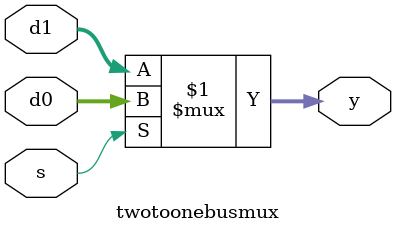
<source format=sv>
module twotoonebusmux
	#(parameter width = 16)
				(input logic [width-1:0] d0,d1,
				 input logic s,
				 output logic [width-1:0] y);
							 
	assign y = s ? d0:d1;
endmodule
</source>
